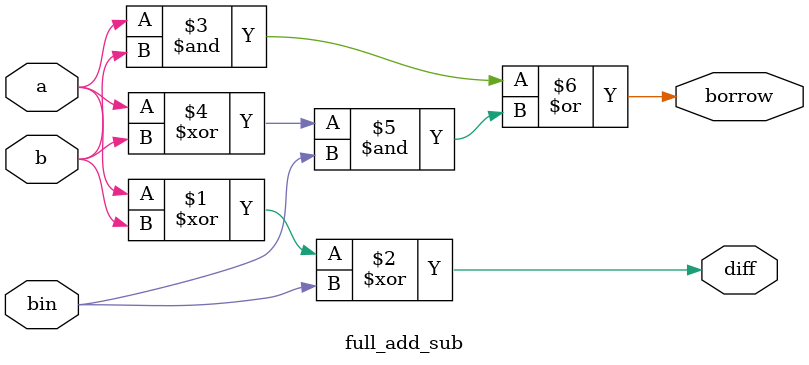
<source format=v>
module full_add_sub (
    input  wire a, b, bin,       // Inputs
    output wire diff, borrow     // Outputs
);

    // Logic equations
    assign diff   = a ^ b ^ bin;                  // Difference
    assign borrow = (a & b) | ((a ^ b) & bin);  // Borrow logic

endmodule
</source>
